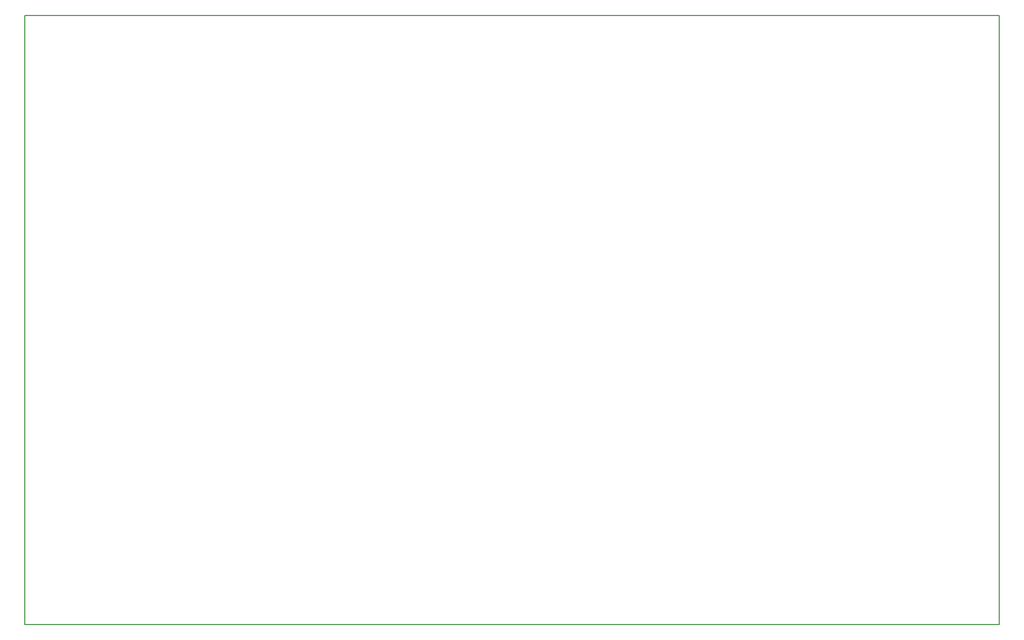
<source format=gbr>
G04 #@! TF.GenerationSoftware,KiCad,Pcbnew,(5.1.4)-1*
G04 #@! TF.CreationDate,2019-09-08T21:38:06+01:00*
G04 #@! TF.ProjectId,powerBoard,706f7765-7242-46f6-9172-642e6b696361,rev?*
G04 #@! TF.SameCoordinates,Original*
G04 #@! TF.FileFunction,Profile,NP*
%FSLAX46Y46*%
G04 Gerber Fmt 4.6, Leading zero omitted, Abs format (unit mm)*
G04 Created by KiCad (PCBNEW (5.1.4)-1) date 2019-09-08 21:38:06*
%MOMM*%
%LPD*%
G04 APERTURE LIST*
%ADD10C,0.150000*%
G04 APERTURE END LIST*
D10*
X55075000Y-144925000D02*
X214925000Y-144925000D01*
X55075000Y-45075000D02*
X55075000Y-144925000D01*
X214925000Y-45075000D02*
X55075000Y-45075000D01*
X214925000Y-144925000D02*
X214925000Y-45075000D01*
M02*

</source>
